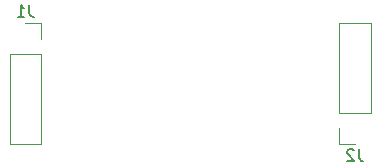
<source format=gbr>
%TF.GenerationSoftware,KiCad,Pcbnew,8.0.6*%
%TF.CreationDate,2024-12-07T18:41:02+09:00*%
%TF.ProjectId,ActuKit,41637475-4b69-4742-9e6b-696361645f70,rev?*%
%TF.SameCoordinates,Original*%
%TF.FileFunction,Legend,Bot*%
%TF.FilePolarity,Positive*%
%FSLAX46Y46*%
G04 Gerber Fmt 4.6, Leading zero omitted, Abs format (unit mm)*
G04 Created by KiCad (PCBNEW 8.0.6) date 2024-12-07 18:41:02*
%MOMM*%
%LPD*%
G01*
G04 APERTURE LIST*
%ADD10C,0.150000*%
%ADD11C,0.120000*%
G04 APERTURE END LIST*
D10*
X159433333Y-114484819D02*
X159433333Y-115199104D01*
X159433333Y-115199104D02*
X159480952Y-115341961D01*
X159480952Y-115341961D02*
X159576190Y-115437200D01*
X159576190Y-115437200D02*
X159719047Y-115484819D01*
X159719047Y-115484819D02*
X159814285Y-115484819D01*
X159004761Y-114580057D02*
X158957142Y-114532438D01*
X158957142Y-114532438D02*
X158861904Y-114484819D01*
X158861904Y-114484819D02*
X158623809Y-114484819D01*
X158623809Y-114484819D02*
X158528571Y-114532438D01*
X158528571Y-114532438D02*
X158480952Y-114580057D01*
X158480952Y-114580057D02*
X158433333Y-114675295D01*
X158433333Y-114675295D02*
X158433333Y-114770533D01*
X158433333Y-114770533D02*
X158480952Y-114913390D01*
X158480952Y-114913390D02*
X159052380Y-115484819D01*
X159052380Y-115484819D02*
X158433333Y-115484819D01*
X131533333Y-102244819D02*
X131533333Y-102959104D01*
X131533333Y-102959104D02*
X131580952Y-103101961D01*
X131580952Y-103101961D02*
X131676190Y-103197200D01*
X131676190Y-103197200D02*
X131819047Y-103244819D01*
X131819047Y-103244819D02*
X131914285Y-103244819D01*
X130533333Y-103244819D02*
X131104761Y-103244819D01*
X130819047Y-103244819D02*
X130819047Y-102244819D01*
X130819047Y-102244819D02*
X130914285Y-102387676D01*
X130914285Y-102387676D02*
X131009523Y-102482914D01*
X131009523Y-102482914D02*
X131104761Y-102530533D01*
D11*
%TO.C,J2*%
X159100000Y-114030000D02*
X157770000Y-114030000D01*
X157770000Y-114030000D02*
X157770000Y-112700000D01*
X157770000Y-103750000D02*
X157770000Y-111430000D01*
X160430000Y-111430000D02*
X157770000Y-111430000D01*
X160430000Y-103750000D02*
X157770000Y-103750000D01*
X160430000Y-103750000D02*
X160430000Y-111430000D01*
%TO.C,J1*%
X131200000Y-103790000D02*
X132530000Y-103790000D01*
X132530000Y-103790000D02*
X132530000Y-105120000D01*
X132530000Y-114070000D02*
X132530000Y-106390000D01*
X129870000Y-106390000D02*
X132530000Y-106390000D01*
X129870000Y-114070000D02*
X132530000Y-114070000D01*
X129870000Y-114070000D02*
X129870000Y-106390000D01*
%TD*%
M02*

</source>
